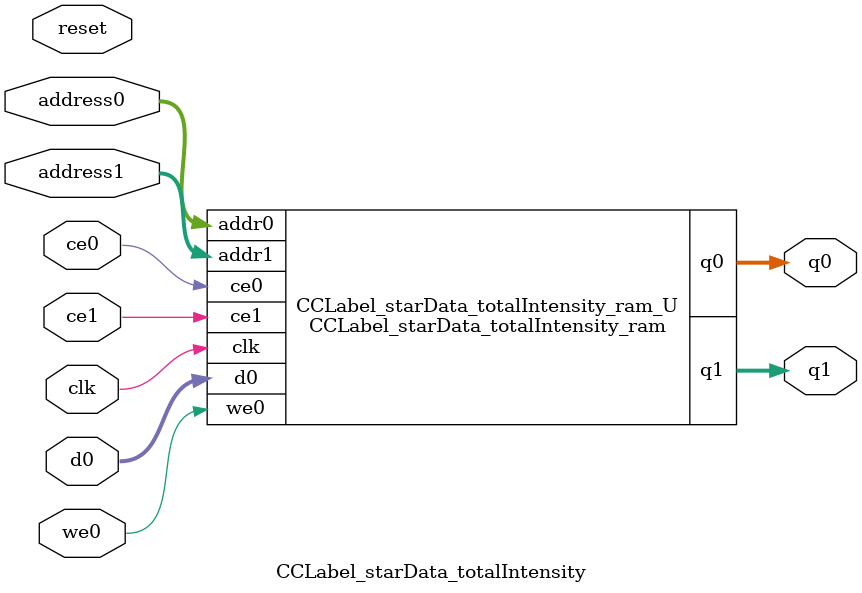
<source format=v>

`timescale 1 ns / 1 ps
module CCLabel_starData_totalIntensity_ram (addr0, ce0, d0, we0, q0, addr1, ce1, q1,  clk);

parameter DWIDTH = 32;
parameter AWIDTH = 5;
parameter MEM_SIZE = 30;

input[AWIDTH-1:0] addr0;
input ce0;
input[DWIDTH-1:0] d0;
input we0;
output reg[DWIDTH-1:0] q0;
input[AWIDTH-1:0] addr1;
input ce1;
output reg[DWIDTH-1:0] q1;
input clk;

(* ram_style = "distributed" *)reg [DWIDTH-1:0] ram[MEM_SIZE-1:0];




always @(posedge clk)  
begin 
    if (ce0) 
    begin
        if (we0) 
        begin 
            ram[addr0] <= d0; 
            q0 <= d0;
        end 
        else 
            q0 <= ram[addr0];
    end
end


always @(posedge clk)  
begin 
    if (ce1) 
    begin
            q1 <= ram[addr1];
    end
end


endmodule


`timescale 1 ns / 1 ps
module CCLabel_starData_totalIntensity(
    reset,
    clk,
    address0,
    ce0,
    we0,
    d0,
    q0,
    address1,
    ce1,
    q1);

parameter DataWidth = 32'd32;
parameter AddressRange = 32'd30;
parameter AddressWidth = 32'd5;
input reset;
input clk;
input[AddressWidth - 1:0] address0;
input ce0;
input we0;
input[DataWidth - 1:0] d0;
output[DataWidth - 1:0] q0;
input[AddressWidth - 1:0] address1;
input ce1;
output[DataWidth - 1:0] q1;



CCLabel_starData_totalIntensity_ram CCLabel_starData_totalIntensity_ram_U(
    .clk( clk ),
    .addr0( address0 ),
    .ce0( ce0 ),
    .d0( d0 ),
    .we0( we0 ),
    .q0( q0 ),
    .addr1( address1 ),
    .ce1( ce1 ),
    .q1( q1 ));

endmodule


</source>
